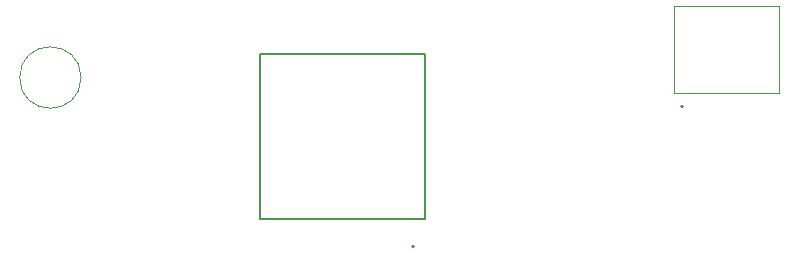
<source format=gbr>
G04*
G04 #@! TF.GenerationSoftware,Altium Limited,Altium Designer,22.4.2 (48)*
G04*
G04 Layer_Color=16711935*
%FSLAX43Y43*%
%MOMM*%
G71*
G04*
G04 #@! TF.SameCoordinates,BF6EAB14-F510-4D30-AECA-DAF16463F929*
G04*
G04*
G04 #@! TF.FilePolarity,Positive*
G04*
G01*
G75*
%ADD10C,0.200*%
%ADD11C,0.127*%
%ADD58C,0.100*%
D10*
X115785Y94615D02*
G03*
X115785Y94615I-100J0D01*
G01*
X93016Y82760D02*
G03*
X93016Y82760I-100J0D01*
G01*
D11*
X79916Y85100D02*
Y99100D01*
X93916Y85100D02*
Y99100D01*
X79916D02*
X93916D01*
X79916Y85100D02*
X93916D01*
D58*
X64800Y97070D02*
G03*
X59600Y97070I-2600J0D01*
G01*
D02*
G03*
X64800Y97070I2600J0D01*
G01*
X114995Y95775D02*
X123935D01*
Y103125D01*
X114995D02*
X123935D01*
X114995Y95775D02*
Y103125D01*
M02*

</source>
